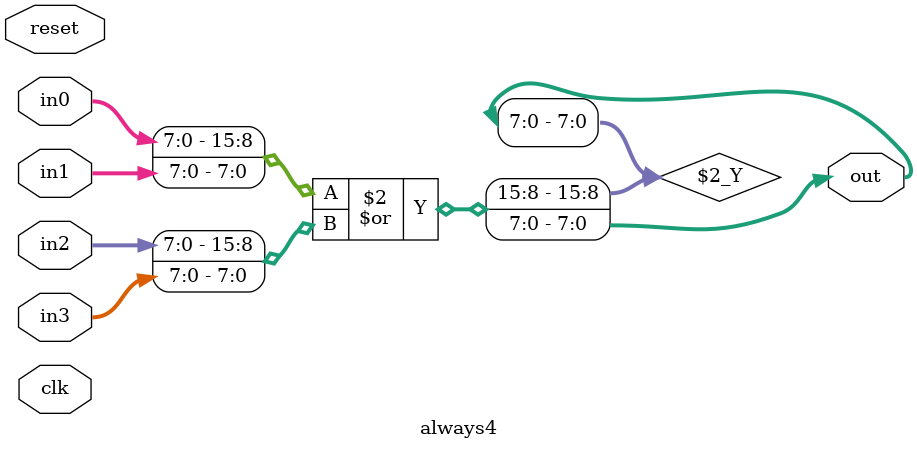
<source format=v>
module always4
  (input wire       reset,
   input wire       clk,
   input wire [7:0] in0, in1, in2, in3,
   output reg [7:0] out);

   always @(in0[3:0], in1[3:0], in2[7:4], in3[3:0]) begin
      out = {in0, in1} | {in2, in3};
   end

endmodule

</source>
